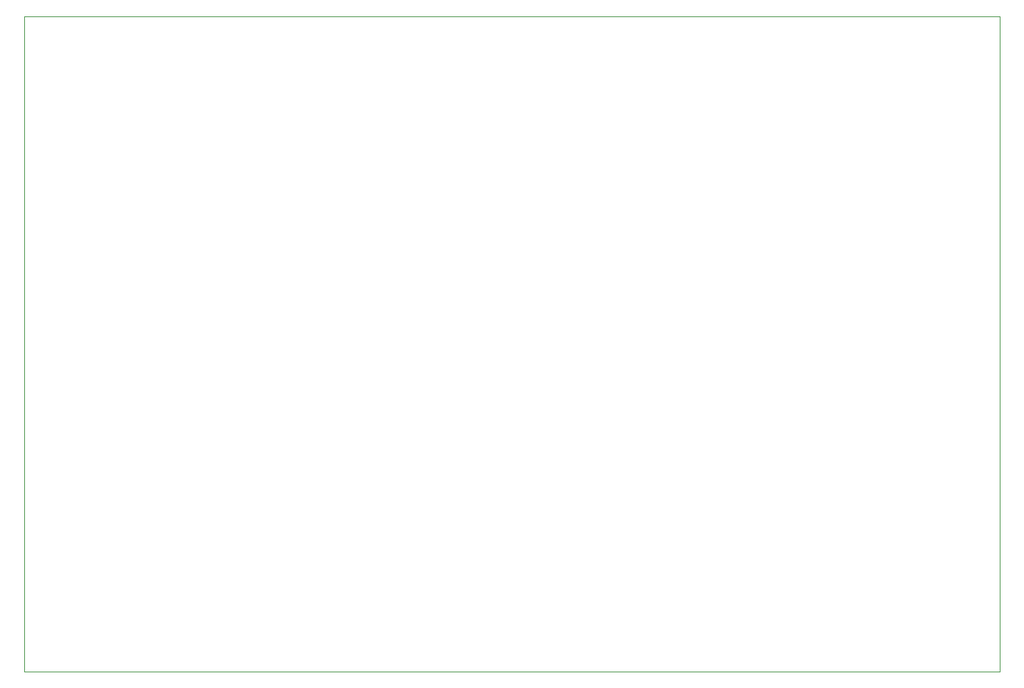
<source format=gbr>
%TF.GenerationSoftware,Altium Limited,Altium Designer,25.3.3 (18)*%
G04 Layer_Color=0*
%FSLAX45Y45*%
%MOMM*%
%TF.SameCoordinates,CB275F63-78EB-4841-8615-F89993CCF644*%
%TF.FilePolarity,Positive*%
%TF.FileFunction,Profile,NP*%
%TF.Part,Single*%
G01*
G75*
%TA.AperFunction,Profile*%
%ADD14C,0.02540*%
D14*
X4314700Y3613700D02*
Y11392952D01*
X15894701Y11392953D01*
Y3613327D01*
X10004700Y3613326D01*
Y3613700D01*
X4314700D01*
%TF.MD5,c2cada0ac4537b884da0eb98611ad7db*%
M02*

</source>
